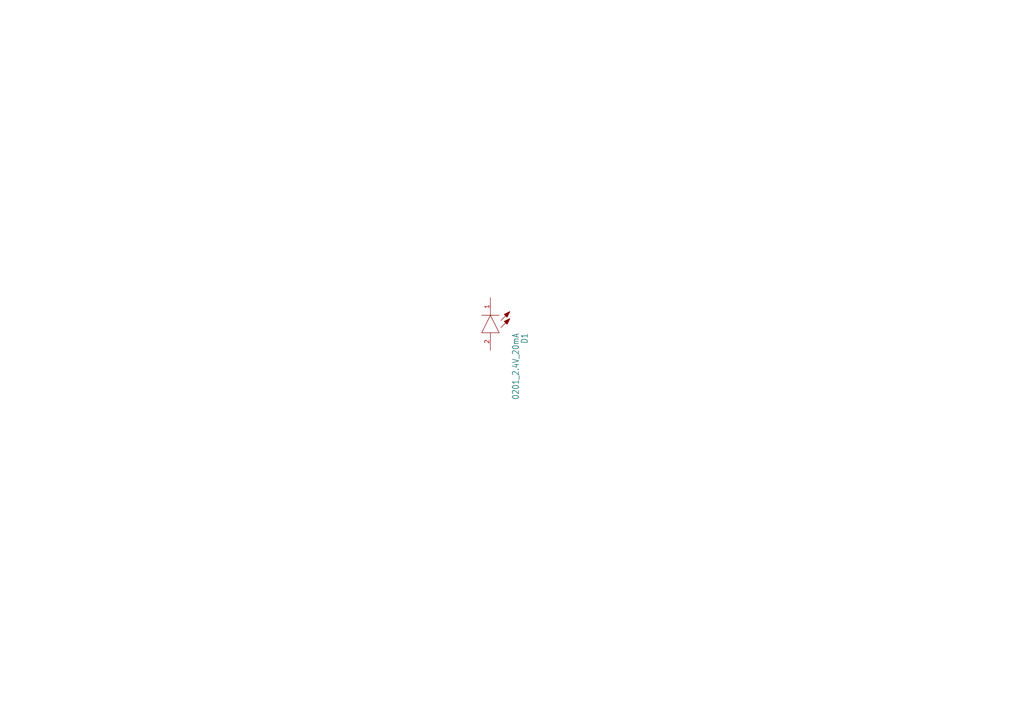
<source format=kicad_sch>
(kicad_sch (version 20231120) (generator "eeschema") (generator_version "8.0")
  (paper "A4")
  (lib_symbols
    (symbol "pre_schematic_v2-eagle-import:APG0603PBC-TT-5MAV"
      (property "Reference" "LED" (at 10.1904 8.9165 0))
      (symbol "APG0603PBC-TT-5MAV_1_0"
        (polyline (pts (xy 5.08 0) (xy 10.16 2.54)) (stroke (width 0.1524)))
        (polyline (pts (xy 5.08 2.54) (xy 5.08 -2.54)) (stroke (width 0.1524)))
        (polyline (pts (xy 6.604 3.048) (xy 4.064 5.588)) (stroke (width 0.1524)))
        (polyline (pts (xy 8.636 3.048) (xy 6.096 5.588)) (stroke (width 0.1524)))
        (polyline (pts (xy 10.16 -2.54) (xy 5.08 0)) (stroke (width 0.1524)))
        (polyline (pts (xy 10.16 -2.54) (xy 10.16 2.54)) (stroke (width 0.1524)))
        (polyline (pts (xy 4.064 5.5879) (xy 4.826 4.064) (xy 5.588 4.826) (xy 4.064 5.588)) (stroke (width 0.254)) (fill (type outline)))
        (polyline (pts (xy 6.096 5.5879) (xy 6.858 4.064) (xy 7.62 4.826) (xy 6.096 5.588)) (stroke (width 0.254)) (fill (type outline)))
        (pin input line (at 0 0 0) (length 5.08) (name "K") (number "1"))
        (pin input line (at 15.24 0 180) (length 5.08) (name "A") (number "2"))
      )
    )
  )
  (symbol (lib_id "pre_schematic_v2-eagle-import:APG0603PBC-TT-5MAV") (at 142.24 86.36 270) (unit 1)
    (property "Reference" "D1" (at 151.1565 96.5504 0) (effects (font (size 1.7833 1.5158)) (justify left bottom)))
    (property "Value" "0201_2.4V_20mA" (at 148.6037 96.542 0) (effects (font (size 1.7818 1.5145)) (justify left bottom)))
    (property "Footprint" "pre_schematic_v2:0.65X0.35X0.2MM(0201)SMDCHIPLE" (effects (hide yes)))
  )
)
</source>
